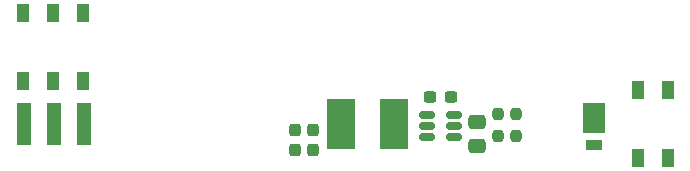
<source format=gbr>
%TF.GenerationSoftware,KiCad,Pcbnew,7.0.1*%
%TF.CreationDate,2023-04-12T12:59:01-04:00*%
%TF.ProjectId,BuckarooHAT,4275636b-6172-46f6-9f48-41542e6b6963,rev?*%
%TF.SameCoordinates,Original*%
%TF.FileFunction,Paste,Top*%
%TF.FilePolarity,Positive*%
%FSLAX46Y46*%
G04 Gerber Fmt 4.6, Leading zero omitted, Abs format (unit mm)*
G04 Created by KiCad (PCBNEW 7.0.1) date 2023-04-12 12:59:01*
%MOMM*%
%LPD*%
G01*
G04 APERTURE LIST*
G04 Aperture macros list*
%AMRoundRect*
0 Rectangle with rounded corners*
0 $1 Rounding radius*
0 $2 $3 $4 $5 $6 $7 $8 $9 X,Y pos of 4 corners*
0 Add a 4 corners polygon primitive as box body*
4,1,4,$2,$3,$4,$5,$6,$7,$8,$9,$2,$3,0*
0 Add four circle primitives for the rounded corners*
1,1,$1+$1,$2,$3*
1,1,$1+$1,$4,$5*
1,1,$1+$1,$6,$7*
1,1,$1+$1,$8,$9*
0 Add four rect primitives between the rounded corners*
20,1,$1+$1,$2,$3,$4,$5,0*
20,1,$1+$1,$4,$5,$6,$7,0*
20,1,$1+$1,$6,$7,$8,$9,0*
20,1,$1+$1,$8,$9,$2,$3,0*%
G04 Aperture macros list end*
%ADD10R,1.000000X1.550000*%
%ADD11RoundRect,0.150000X-0.512500X-0.150000X0.512500X-0.150000X0.512500X0.150000X-0.512500X0.150000X0*%
%ADD12RoundRect,0.237500X-0.237500X0.300000X-0.237500X-0.300000X0.237500X-0.300000X0.237500X0.300000X0*%
%ADD13RoundRect,0.250000X0.475000X-0.337500X0.475000X0.337500X-0.475000X0.337500X-0.475000X-0.337500X0*%
%ADD14RoundRect,0.237500X-0.237500X0.250000X-0.237500X-0.250000X0.237500X-0.250000X0.237500X0.250000X0*%
%ADD15R,2.400000X4.200000*%
%ADD16RoundRect,0.237500X0.237500X-0.250000X0.237500X0.250000X-0.237500X0.250000X-0.237500X-0.250000X0*%
%ADD17R,1.200000X3.600000*%
%ADD18RoundRect,0.237500X-0.300000X-0.237500X0.300000X-0.237500X0.300000X0.237500X-0.300000X0.237500X0*%
%ADD19R,1.880000X2.540000*%
%ADD20R,1.350000X0.960000*%
G04 APERTURE END LIST*
D10*
%TO.C,J1*%
X158065001Y-83792899D03*
X158065001Y-78042899D03*
X160605001Y-83792899D03*
X160605001Y-78042899D03*
%TD*%
%TO.C,J2*%
X105994200Y-77301800D03*
X105994200Y-71551800D03*
X108534200Y-77301800D03*
X108534200Y-71551800D03*
X111074200Y-77301800D03*
X111074200Y-71551800D03*
%TD*%
D11*
%TO.C,U1*%
X140213500Y-80142000D03*
X140213500Y-81092000D03*
X140213500Y-82042000D03*
X142488500Y-82042000D03*
X142488500Y-81092000D03*
X142488500Y-80142000D03*
%TD*%
D12*
%TO.C,C4*%
X130556000Y-81433500D03*
X130556000Y-83158500D03*
%TD*%
D13*
%TO.C,C1*%
X144404500Y-82825500D03*
X144404500Y-80750500D03*
%TD*%
D14*
%TO.C,R1*%
X146177000Y-80113500D03*
X146177000Y-81938500D03*
%TD*%
D12*
%TO.C,C3*%
X129032000Y-81433500D03*
X129032000Y-83158500D03*
%TD*%
D15*
%TO.C,L1*%
X137414000Y-80899000D03*
X132914000Y-80899000D03*
%TD*%
D16*
%TO.C,R2*%
X147701000Y-81938500D03*
X147701000Y-80113500D03*
%TD*%
D17*
%TO.C,J3*%
X106045000Y-80899000D03*
X108585000Y-80899000D03*
X111125000Y-80899000D03*
%TD*%
D18*
%TO.C,C2*%
X140488500Y-78613000D03*
X142213500Y-78613000D03*
%TD*%
D19*
%TO.C,D1*%
X154305000Y-80391000D03*
D20*
X154305000Y-82741000D03*
%TD*%
M02*

</source>
